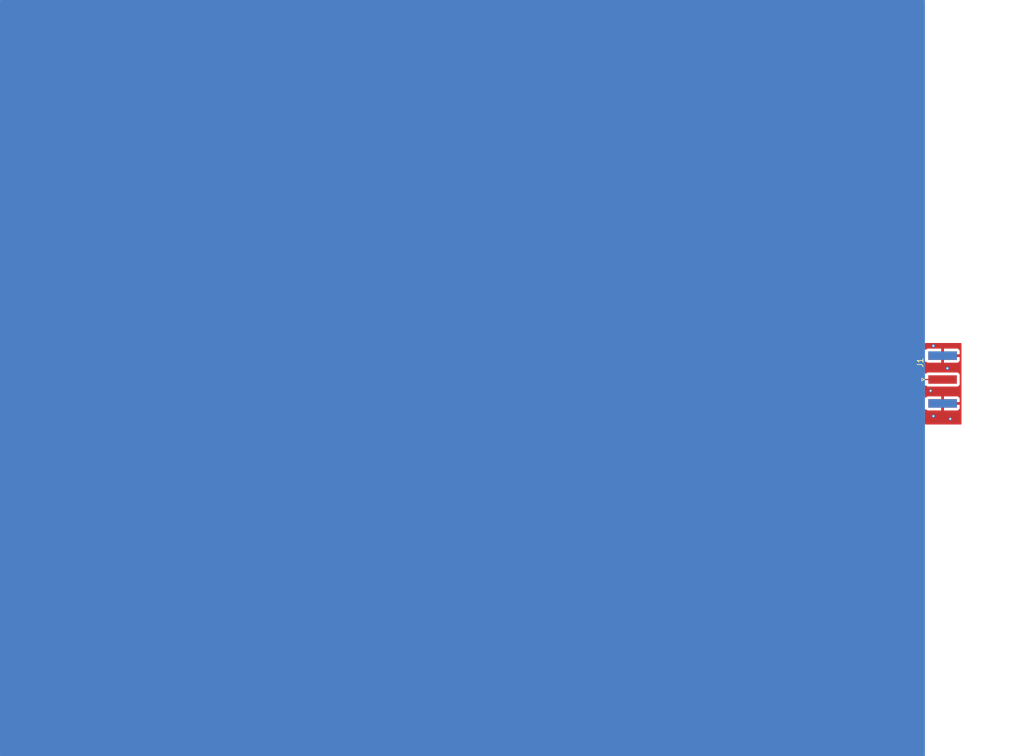
<source format=kicad_pcb>
(kicad_pcb (version 20241229) (generator "pcbnew") (generator_version "9.0")
  (layers (0 "F.Cu" signal) (2 "B.Cu" signal) (13 "F.Paste" user) (15 "B.Paste" user) (5 "F.SilkS" user "F.Silkscreen") (7 "B.SilkS" user "B.Silkscreen") (1 "F.Mask" user) (3 "B.Mask" user) (25 "Edge.Cuts" user))
  (net 0 "")
  (net 1 "GND")
  (net 2 "/Signal")
  (footprint "Connector_Coaxial:SMA_Amphenol_132289_EdgeMount" (layer "F.Cu") (at 217.1375 103.5)
    (property "Reference" "J1" (at -3.96 -3 90) (layer "F.SilkS"))
    (property "Value" "Conn_Coaxial")
    (fp_line (start -3.71 -0.25) (end -3.71 0.25) (stroke (width 0.12)) (layer "F.SilkS"))
    (fp_line (start -3.71 0.25) (end -3.21 0) (stroke (width 0.12)) (layer "F.SilkS"))
    (fp_line (start -3.21 0) (end -3.71 -0.25) (stroke (width 0.12)) (layer "F.SilkS"))
    (pad "1" smd rect (at 0 0 90) (size 1.5 5.08) (layers "F.Cu" "F.Mask" "F.Paste") (net 2 "/Signal"))
    (pad "2" smd rect (at 0 -4.25 90) (size 1.5 5.08) (layers "F.Cu" "F.Mask" "F.Paste") (net 1 "GND"))
    (pad "2" smd rect (at 0 -4.25 90) (size 1.5 5.08) (layers "B.Cu" "B.Mask" "B.Paste") (net 1 "GND"))
    (pad "2" smd rect (at 0 4.25 90) (size 1.5 5.08) (layers "F.Cu" "F.Mask" "F.Paste") (net 1 "GND"))
    (pad "2" smd rect (at 0 4.25 90) (size 1.5 5.08) (layers "B.Cu" "B.Mask" "B.Paste") (net 1 "GND"))
  )
  (via (at 215.5 110) (size 0.6) (drill 0.3) (layers "F.Cu" "B.Cu") (net 1))
  (via (at 218.5 110.5) (size 0.6) (drill 0.3) (layers "F.Cu" "B.Cu") (net 1))
  (via (at 218 101.5) (size 0.6) (drill 0.3) (layers "F.Cu" "B.Cu") (net 1))
  (via (at 215.5 97.5) (size 0.6) (drill 0.3) (layers "F.Cu" "B.Cu") (net 1))
  (via (at 215 105.5) (size 0.6) (drill 0.3) (layers "F.Cu" "B.Cu") (net 1))
  (segment (start 217.1375 103.5) (end 149 103.5) (width 0.2) (layer "F.Cu") (net 2))
  (zone (net 2) (net_name "/Signal") (layer "F.Cu") (priority 1) (connect_pads yes (clearance 0.5)) (min_thickness 0.25) (fill yes (thermal_gap 0.5) (thermal_bridge_width 0.5))
    (polygon (pts (xy 119.5 103.2) (xy 214 103.2) (xy 214 103.7) (xy 119.5 103.7)))
  )
  (zone (net 2) (net_name "/Signal") (layer "F.Cu") (connect_pads yes (clearance 0.5)) (min_thickness 0.25) (fill yes (thermal_gap 0.5) (thermal_bridge_width 0.5))
    (polygon (pts (xy 69.5 52.5) (xy 149 52.5) (xy 149 154.9) (xy 69.5 154.9)))
  )
  (zone (net 1) (net_name "GND") (layer "F.Cu") (priority 2) (connect_pads (clearance 0.5)) (min_thickness 0.25) (fill yes (thermal_gap 0.5) (thermal_bridge_width 0.5))
    (polygon (pts (xy 214 97) (xy 220.5 97) (xy 220.5 111.5) (xy 214 111.5)))
  )
  (zone (net 0) (net_name "") (layer "F.Cu") (connect_pads yes (clearance 0)) (min_thickness 0.25)
    (keepout (tracks not_allowed) (vias not_allowed) (pads not_allowed) (copperpour not_allowed) (footprints allowed))
    (fill (thermal_gap 0.5) (thermal_bridge_width 0.5))
    (polygon (pts (xy 119.5 103.7) (xy 149 103.7) (xy 149 104.2) (xy 119.5 104.2)))
  )
  (zone (net 0) (net_name "") (layer "F.Cu") (connect_pads yes (clearance 0)) (min_thickness 0.25)
    (keepout (tracks not_allowed) (vias not_allowed) (pads not_allowed) (copperpour not_allowed) (footprints allowed))
    (fill (thermal_gap 0.5) (thermal_bridge_width 0.5))
    (polygon (pts (xy 119.5 102.7) (xy 149 102.7) (xy 149 103.2) (xy 119.5 103.2)))
  )
  (zone (net 1) (net_name "GND") (layer "B.Cu") (connect_pads yes (clearance 0.5)) (min_thickness 0.25) (fill yes (thermal_gap 0.5) (thermal_bridge_width 0.5))
    (polygon (pts (xy 49.5 36) (xy 214 36) (xy 214 170.5) (xy 49.5 170.5)))
  )
)
</source>
